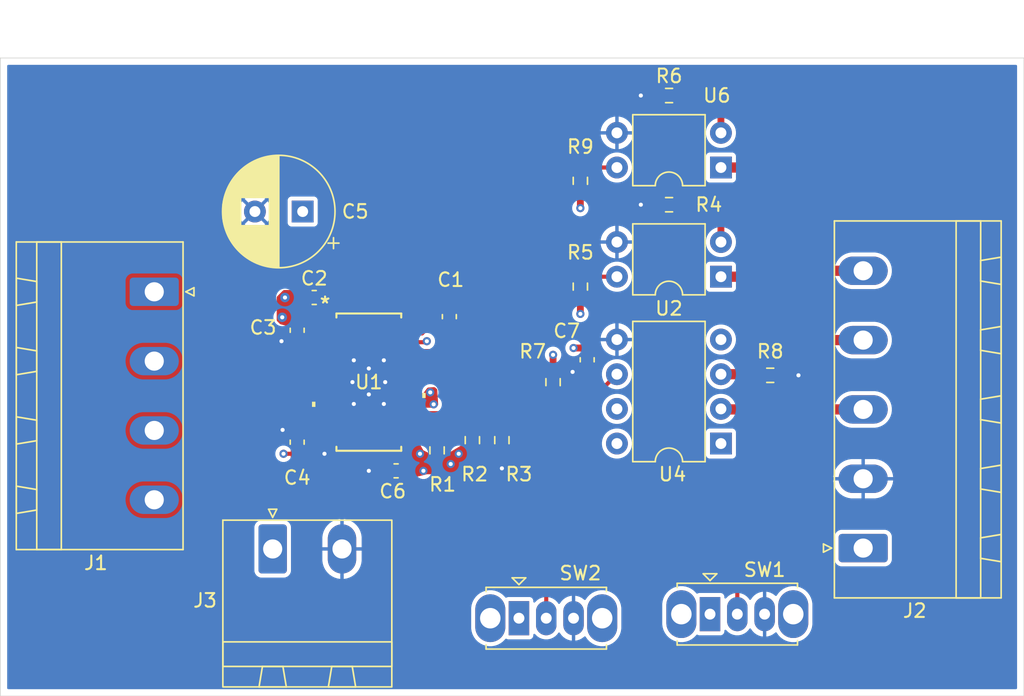
<source format=kicad_pcb>
(kicad_pcb (version 20241229) (generator "pcbnew") (generator_version "9.0")
  (layers (0 "F.Cu" signal) (4 "In1.Cu" signal) (6 "In2.Cu" signal) (2 "B.Cu" signal) (13 "F.Paste" user) (15 "B.Paste" user) (5 "F.SilkS" user "F.Silkscreen") (7 "B.SilkS" user "B.Silkscreen") (1 "F.Mask" user) (3 "B.Mask" user) (25 "Edge.Cuts" user))
  (net 0 "")
  (net 1 "/CPH")
  (net 2 "/CPL")
  (net 3 "/VCP")
  (net 4 "+BATT")
  (net 5 "GND")
  (net 6 "+5V")
  (net 7 "/BOUT2")
  (net 8 "/AOUT2")
  (net 9 "/BOUT1")
  (net 10 "/AOUT1")
  (net 11 "/DIR_ESP")
  (net 12 "/PUL_ESP")
  (net 13 "/ENA_ESP")
  (net 14 "/FAULT")
  (net 15 "/VREF")
  (net 16 "Net-(R4-Pad2)")
  (net 17 "/DIR")
  (net 18 "Net-(R6-Pad2)")
  (net 19 "/PUL")
  (net 20 "Net-(U4-C)")
  (net 21 "/ENA")
  (net 22 "/M1")
  (net 23 "/M0")
  (footprint "Package_DIP:DIP-4_W7.62mm" (layer "F.Cu") (at 175.8 67.275 180)
    (property "Reference" "U2" (at 3.81 -2.33 0) (layer "F.SilkS"))
    (property "Value" "PC817")
    (pad "1" thru_hole rect (at 0 0 180) (size 1.6 1.6) (drill 0.8) (layers "*.Cu" "*.Mask") (net 11 "/DIR_ESP"))
    (pad "2" thru_hole oval (at 0 2.54 180) (size 1.6 1.6) (drill 0.8) (layers "*.Cu" "*.Mask") (net 16 "Net-(R4-Pad2)"))
    (pad "3" thru_hole oval (at 7.62 2.54 180) (size 1.6 1.6) (drill 0.8) (layers "*.Cu" "*.Mask") (net 5 "GND"))
    (pad "4" thru_hole oval (at 7.62 0 180) (size 1.6 1.6) (drill 0.8) (layers "*.Cu" "*.Mask") (net 17 "/DIR"))
  )
  (footprint "DRV8434PWPR:TSSOP_34PWPR_TEX" (layer "F.Cu") (at 150 75)
    (property "Reference" "U1" (at 0 0 0) (layer "F.SilkS"))
    (property "Value" "DRV8434PWPR")
    (fp_text user "*" (at -3.20675 -5.723509 0) (layer "F.SilkS"))
    (fp_text user "*" (at -3.20675 -5.723509 0) (layer "F.SilkS"))
    (pad "1" smd rect (at -2.95275 -4.224909) (size 1.4097 0.3556) (layers "F.Cu" "F.Mask" "F.Paste") (net 3 "/VCP"))
    (pad "2" smd rect (at -2.95275 -3.574923) (size 1.4097 0.3556) (layers "F.Cu" "F.Mask" "F.Paste") (net 4 "+BATT"))
    (pad "3" smd rect (at -2.95275 -2.924937) (size 1.4097 0.3556) (layers "F.Cu" "F.Mask" "F.Paste") (net 5 "GND"))
    (pad "4" smd rect (at -2.95275 -2.274951) (size 1.4097 0.3556) (layers "F.Cu" "F.Mask" "F.Paste") (net 10 "/AOUT1"))
    (pad "5" smd rect (at -2.95275 -1.624965) (size 1.4097 0.3556) (layers "F.Cu" "F.Mask" "F.Paste") (net 10 "/AOUT1"))
    (pad "6" smd rect (at -2.95275 -0.974979) (size 1.4097 0.3556) (layers "F.Cu" "F.Mask" "F.Paste") (net 8 "/AOUT2"))
    (pad "7" smd rect (at -2.95275 -0.324993) (size 1.4097 0.3556) (layers "F.Cu" "F.Mask" "F.Paste") (net 8 "/AOUT2"))
    (pad "8" smd rect (at -2.95275 0.324993) (size 1.4097 0.3556) (layers "F.Cu" "F.Mask" "F.Paste") (net 7 "/BOUT2"))
    (pad "9" smd rect (at -2.95275 0.974979) (size 1.4097 0.3556) (layers "F.Cu" "F.Mask" "F.Paste") (net 7 "/BOUT2"))
    (pad "10" smd rect (at -2.95275 1.624965) (size 1.4097 0.3556) (layers "F.Cu" "F.Mask" "F.Paste") (net 9 "/BOUT1"))
    (pad "11" smd rect (at -2.95275 2.274951) (size 1.4097 0.3556) (layers "F.Cu" "F.Mask" "F.Paste") (net 9 "/BOUT1"))
    (pad "12" smd rect (at -2.95275 2.924937) (size 1.4097 0.3556) (layers "F.Cu" "F.Mask" "F.Paste") (net 5 "GND"))
    (pad "13" smd rect (at -2.95275 3.574923) (size 1.4097 0.3556) (layers "F.Cu" "F.Mask" "F.Paste") (net 4 "+BATT"))
    (pad "14" smd rect (at -2.95275 4.224909) (size 1.4097 0.3556) (layers "F.Cu" "F.Mask" "F.Paste") (net 5 "GND"))
    (pad "15" smd rect (at 2.95275 4.224909) (size 1.4097 0.3556) (layers "F.Cu" "F.Mask" "F.Paste") (net 6 "+5V"))
    (pad "16" smd rect (at 2.95275 3.574923) (size 1.4097 0.3556) (layers "F.Cu" "F.Mask" "F.Paste") (net 14 "/FAULT"))
    (pad "17" smd rect (at 2.95275 2.924937) (size 1.4097 0.3556) (layers "F.Cu" "F.Mask" "F.Paste") (net 15 "/VREF"))
    (pad "18" smd rect (at 2.95275 2.274951) (size 1.4097 0.3556) (layers "F.Cu" "F.Mask" "F.Paste") (net 23 "/M0"))
    (pad "19" smd rect (at 2.95275 1.624965) (size 1.4097 0.3556) (layers "F.Cu" "F.Mask" "F.Paste") (net 6 "+5V"))
    (pad "20" smd rect (at 2.95275 0.974979) (size 1.4097 0.3556) (layers "F.Cu" "F.Mask" "F.Paste") (net 6 "+5V"))
    (pad "21" smd rect (at 2.95275 0.324993) (size 1.4097 0.3556) (layers "F.Cu" "F.Mask" "F.Paste") (net 5 "GND"))
    (pad "22" smd rect (at 2.95275 -0.324993) (size 1.4097 0.3556) (layers "F.Cu" "F.Mask" "F.Paste") (net 22 "/M1"))
    (pad "23" smd rect (at 2.95275 -0.974979) (size 1.4097 0.3556) (layers "F.Cu" "F.Mask" "F.Paste") (net 19 "/PUL"))
    (pad "24" smd rect (at 2.95275 -1.624965) (size 1.4097 0.3556) (layers "F.Cu" "F.Mask" "F.Paste") (net 17 "/DIR"))
    (pad "25" smd rect (at 2.95275 -2.274951) (size 1.4097 0.3556) (layers "F.Cu" "F.Mask" "F.Paste") (net 21 "/ENA"))
    (pad "26" smd rect (at 2.95275 -2.924937) (size 1.4097 0.3556) (layers "F.Cu" "F.Mask" "F.Paste") (net 6 "+5V"))
    (pad "27" smd rect (at 2.95275 -3.574923) (size 1.4097 0.3556) (layers "F.Cu" "F.Mask" "F.Paste") (net 2 "/CPL"))
    (pad "28" smd rect (at 2.95275 -4.224909) (size 1.4097 0.3556) (layers "F.Cu" "F.Mask" "F.Paste") (net 1 "/CPH"))
    (pad "EPAD" smd rect (at 0 0) (size 3.0988 4.0386) (layers "F.Cu" "F.Mask") (net 5 "GND"))
  )
  (footprint "Button_Switch_THT:SW_Slide_SPDT_Straight_CK_OS102011MS2Q" (layer "F.Cu") (at 175 92)
    (property "Reference" "SW1" (at 4 -3.25 180) (layer "F.SilkS"))
    (property "Value" "SW_SPDT_MSM")
    (pad "" thru_hole oval (at -2.1 0) (size 2.2 3.5) (drill 1.5) (layers "*.Cu" "*.Mask"))
    (pad "" thru_hole oval (at 6.1 0) (size 2.2 3.5) (drill 1.5) (layers "*.Cu" "*.Mask"))
    (pad "1" thru_hole rect (at 0 0) (size 1.5 2.5) (drill 0.8) (layers "*.Cu" "*.Mask") (net 6 "+5V"))
    (pad "2" thru_hole oval (at 2 0) (size 1.5 2.5) (drill 0.8) (layers "*.Cu" "*.Mask") (net 22 "/M1"))
    (pad "3" thru_hole oval (at 4 0) (size 1.5 2.5) (drill 0.8) (layers "*.Cu" "*.Mask") (net 5 "GND"))
  )
  (footprint "Connector_Phoenix_MSTB:PhoenixContact_MSTBA_2,5_5-G-5,08_1x05_P5.08mm_Horizontal" (layer "F.Cu") (at 186.2225 87.16 90)
    (property "Reference" "J2" (at -4.59 3.7775 180) (layer "F.SilkS"))
    (property "Value" "PWR & DATA Connect")
    (pad "1" thru_hole roundrect (at 0 0 90) (size 2.08 3.6) (drill 1.4) (layers "*.Cu" "*.Mask") (roundrect_rratio 0.120192) (net 6 "+5V"))
    (pad "2" thru_hole oval (at 5.08 0 90) (size 2.08 3.6) (drill 1.4) (layers "*.Cu" "*.Mask") (net 5 "GND"))
    (pad "3" thru_hole oval (at 10.16 0 90) (size 2.08 3.6) (drill 1.4) (layers "*.Cu" "*.Mask") (net 12 "/PUL_ESP"))
    (pad "4" thru_hole oval (at 15.24 0 90) (size 2.08 3.6) (drill 1.4) (layers "*.Cu" "*.Mask") (net 11 "/DIR_ESP"))
    (pad "5" thru_hole oval (at 20.32 0 90) (size 2.08 3.6) (drill 1.4) (layers "*.Cu" "*.Mask") (net 13 "/ENA_ESP"))
  )
  (footprint "Resistor_SMD:R_0603_1608Metric_Pad0.98x0.95mm_HandSolder" (layer "F.Cu") (at 172 54)
    (property "Reference" "R6" (at 0 -1.43 0) (layer "F.SilkS"))
    (property "Value" "220E")
    (pad "1" smd roundrect (at -0.9125 0) (size 0.975 0.95) (layers "F.Cu" "F.Mask" "F.Paste") (net 5 "GND"))
    (pad "2" smd roundrect (at 0.9125 0) (size 0.975 0.95) (layers "F.Cu" "F.Mask" "F.Paste") (net 18 "Net-(R6-Pad2)"))
  )
  (footprint "Resistor_SMD:R_0603_1608Metric_Pad0.98x0.95mm_HandSolder" (layer "F.Cu") (at 179.4125 74.5 180)
    (property "Reference" "R8" (at 0 1.75 180) (layer "F.SilkS"))
    (property "Value" "220E")
    (pad "1" smd roundrect (at -0.9125 0 180) (size 0.975 0.95) (layers "F.Cu" "F.Mask" "F.Paste") (net 5 "GND"))
    (pad "2" smd roundrect (at 0.9125 0 180) (size 0.975 0.95) (layers "F.Cu" "F.Mask" "F.Paste") (net 20 "Net-(U4-C)"))
  )
  (footprint "Capacitor_THT:CP_Radial_D8.0mm_P3.50mm" (layer "F.Cu") (at 145.152651 62.5 180)
    (property "Reference" "C5" (at -3.847349 0 0) (layer "F.SilkS"))
    (property "Value" "100u")
    (pad "1" thru_hole rect (at 0 0 180) (size 1.6 1.6) (drill 0.8) (layers "*.Cu" "*.Mask") (net 4 "+BATT"))
    (pad "2" thru_hole circle (at 3.5 0 180) (size 1.6 1.6) (drill 0.8) (layers "*.Cu" "*.Mask") (net 5 "GND"))
  )
  (footprint "Capacitor_SMD:C_0603_1608Metric_Pad1.08x0.95mm_HandSolder" (layer "F.Cu") (at 155.9 70.2 -90)
    (property "Reference" "C1" (at -2.7 -0.1 180) (layer "F.SilkS"))
    (property "Value" "22n")
    (pad "1" smd roundrect (at -0.8625 0 270) (size 1.075 0.95) (layers "F.Cu" "F.Mask" "F.Paste") (net 1 "/CPH"))
    (pad "2" smd roundrect (at 0.8625 0 270) (size 1.075 0.95) (layers "F.Cu" "F.Mask" "F.Paste") (net 2 "/CPL"))
  )
  (footprint "Capacitor_SMD:C_0603_1608Metric_Pad1.08x0.95mm_HandSolder" (layer "F.Cu") (at 146 68.8 180)
    (property "Reference" "C2" (at 0 1.4 0) (layer "F.SilkS"))
    (property "Value" "220n")
    (pad "1" smd roundrect (at -0.8625 0 180) (size 1.075 0.95) (layers "F.Cu" "F.Mask" "F.Paste") (net 3 "/VCP"))
    (pad "2" smd roundrect (at 0.8625 0 180) (size 1.075 0.95) (layers "F.Cu" "F.Mask" "F.Paste") (net 4 "+BATT"))
  )
  (footprint "Resistor_SMD:R_0603_1608Metric_Pad0.98x0.95mm_HandSolder" (layer "F.Cu") (at 163.5 75 90)
    (property "Reference" "R7" (at 2.25 -1.5 180) (layer "F.SilkS"))
    (property "Value" "4k7")
    (pad "1" smd roundrect (at -0.9125 0 90) (size 0.975 0.95) (layers "F.Cu" "F.Mask" "F.Paste") (net 19 "/PUL"))
    (pad "2" smd roundrect (at 0.9125 0 90) (size 0.975 0.95) (layers "F.Cu" "F.Mask" "F.Paste") (net 6 "+5V"))
  )
  (footprint "Resistor_SMD:R_0603_1608Metric_Pad0.98x0.95mm_HandSolder" (layer "F.Cu") (at 165.5 60.25 -90)
    (property "Reference" "R9" (at -2.5 0 180) (layer "F.SilkS"))
    (property "Value" "4k7")
    (pad "1" smd roundrect (at -0.9125 0 270) (size 0.975 0.95) (layers "F.Cu" "F.Mask" "F.Paste") (net 21 "/ENA"))
    (pad "2" smd roundrect (at 0.9125 0 270) (size 0.975 0.95) (layers "F.Cu" "F.Mask" "F.Paste") (net 6 "+5V"))
  )
  (footprint "Package_DIP:DIP-4_W7.62mm" (layer "F.Cu") (at 175.8 59.275 180)
    (property "Reference" "U6" (at 0.3 5.275 0) (layer "F.SilkS"))
    (property "Value" "PC817")
    (pad "1" thru_hole rect (at 0 0 180) (size 1.6 1.6) (drill 0.8) (layers "*.Cu" "*.Mask") (net 13 "/ENA_ESP"))
    (pad "2" thru_hole oval (at 0 2.54 180) (size 1.6 1.6) (drill 0.8) (layers "*.Cu" "*.Mask") (net 18 "Net-(R6-Pad2)"))
    (pad "3" thru_hole oval (at 7.62 2.54 180) (size 1.6 1.6) (drill 0.8) (layers "*.Cu" "*.Mask") (net 5 "GND"))
    (pad "4" thru_hole oval (at 7.62 0 180) (size 1.6 1.6) (drill 0.8) (layers "*.Cu" "*.Mask") (net 21 "/ENA"))
  )
  (footprint "Capacitor_SMD:C_0603_1608Metric_Pad1.08x0.95mm_HandSolder" (layer "F.Cu") (at 152 81.5 180)
    (property "Reference" "C6" (at 0.25 -1.5 180) (layer "F.SilkS"))
    (property "Value" "1u")
    (pad "1" smd roundrect (at -0.8625 0 180) (size 1.075 0.95) (layers "F.Cu" "F.Mask" "F.Paste") (net 6 "+5V"))
    (pad "2" smd roundrect (at 0.8625 0 180) (size 1.075 0.95) (layers "F.Cu" "F.Mask" "F.Paste") (net 5 "GND"))
  )
  (footprint "Resistor_SMD:R_0603_1608Metric_Pad0.98x0.95mm_HandSolder" (layer "F.Cu") (at 157.5875 79.25 -90)
    (property "Reference" "R2" (at 2.5 -0.1625 180) (layer "F.SilkS"))
    (property "Value" "10k")
    (pad "1" smd roundrect (at -0.9125 0 270) (size 0.975 0.95) (layers "F.Cu" "F.Mask" "F.Paste") (net 15 "/VREF"))
    (pad "2" smd roundrect (at 0.9125 0 270) (size 0.975 0.95) (layers "F.Cu" "F.Mask" "F.Paste") (net 6 "+5V"))
  )
  (footprint "Resistor_SMD:R_0603_1608Metric_Pad0.98x0.95mm_HandSolder" (layer "F.Cu") (at 172 62)
    (property "Reference" "R4" (at 2.9125 0 0) (layer "F.SilkS"))
    (property "Value" "220E")
    (pad "1" smd roundrect (at -0.9125 0) (size 0.975 0.95) (layers "F.Cu" "F.Mask" "F.Paste") (net 5 "GND"))
    (pad "2" smd roundrect (at 0.9125 0) (size 0.975 0.95) (layers "F.Cu" "F.Mask" "F.Paste") (net 16 "Net-(R4-Pad2)"))
  )
  (footprint "Connector_Phoenix_MSTB:PhoenixContact_MSTBA_2,5_4-G-5,08_1x04_P5.08mm_Horizontal" (layer "F.Cu") (at 134.2775 68.38 -90)
    (property "Reference" "J1" (at 19.87 4.2775 180) (layer "F.SilkS"))
    (property "Value" "Motor Connect")
    (pad "1" thru_hole roundrect (at 0 0 270) (size 2.08 3.6) (drill 1.4) (layers "*.Cu" "*.Mask") (roundrect_rratio 0.120192) (net 10 "/AOUT1"))
    (pad "2" thru_hole oval (at 5.08 0 270) (size 2.08 3.6) (drill 1.4) (layers "*.Cu" "*.Mask") (net 8 "/AOUT2"))
    (pad "3" thru_hole oval (at 10.16 0 270) (size 2.08 3.6) (drill 1.4) (layers "*.Cu" "*.Mask") (net 7 "/BOUT2"))
    (pad "4" thru_hole oval (at 15.24 0 270) (size 2.08 3.6) (drill 1.4) (layers "*.Cu" "*.Mask") (net 9 "/BOUT1"))
  )
  (footprint "Capacitor_SMD:C_0603_1608Metric_Pad1.08x0.95mm_HandSolder" (layer "F.Cu") (at 144.75 79.4 90)
    (property "Reference" "C4" (at -2.6 0 180) (layer "F.SilkS"))
    (property "Value" "0.01u")
    (pad "1" smd roundrect (at -0.8625 0 90) (size 1.075 0.95) (layers "F.Cu" "F.Mask" "F.Paste") (net 4 "+BATT"))
    (pad "2" smd roundrect (at 0.8625 0 90) (size 1.075 0.95) (layers "F.Cu" "F.Mask" "F.Paste") (net 5 "GND"))
  )
  (footprint "Capacitor_SMD:C_0603_1608Metric_Pad1.08x0.95mm_HandSolder" (layer "F.Cu") (at 166 73.3625 -90)
    (property "Reference" "C7" (at -2.1125 1.5 180) (layer "F.SilkS"))
    (property "Value" "0.1u")
    (pad "1" smd roundrect (at -0.8625 0 270) (size 1.075 0.95) (layers "F.Cu" "F.Mask" "F.Paste") (net 6 "+5V"))
    (pad "2" smd roundrect (at 0.8625 0 270) (size 1.075 0.95) (layers "F.Cu" "F.Mask" "F.Paste") (net 5 "GND"))
  )
  (footprint "Connector_Phoenix_MSTB:PhoenixContact_MSTBA_2,5_2-G-5,08_1x02_P5.08mm_Horizontal" (layer "F.Cu") (at 142.955 87.2225)
    (property "Reference" "J3" (at -4.955 3.7775 0) (layer "F.SilkS"))
    (property "Value" "Battery Connect")
    (pad "1" thru_hole roundrect (at 0 0) (size 2.08 3.6) (drill 1.4) (layers "*.Cu" "*.Mask") (roundrect_rratio 0.120192) (net 4 "+BATT"))
    (pad "2" thru_hole oval (at 5.08 0) (size 2.08 3.6) (drill 1.4) (layers "*.Cu" "*.Mask") (net 5 "GND"))
  )
  (footprint "Resistor_SMD:R_0603_1608Metric_Pad0.98x0.95mm_HandSolder" (layer "F.Cu") (at 165.5 68 -90)
    (property "Reference" "R5" (at -2.5 0 180) (layer "F.SilkS"))
    (property "Value" "4k7")
    (pad "1" smd roundrect (at -0.9125 0 270) (size 0.975 0.95) (layers "F.Cu" "F.Mask" "F.Paste") (net 17 "/DIR"))
    (pad "2" smd roundrect (at 0.9125 0 270) (size 0.975 0.95) (layers "F.Cu" "F.Mask" "F.Paste") (net 6 "+5V"))
  )
  (footprint "Resistor_SMD:R_0603_1608Metric_Pad0.98x0.95mm_HandSolder" (layer "F.Cu") (at 159.75 79.25 90)
    (property "Reference" "R3" (at -2.5 1.25 180) (layer "F.SilkS"))
    (property "Value" "10k")
    (pad "1" smd roundrect (at -0.9125 0 90) (size 0.975 0.95) (layers "F.Cu" "F.Mask" "F.Paste") (net 5 "GND"))
    (pad "2" smd roundrect (at 0.9125 0 90) (size 0.975 0.95) (layers "F.Cu" "F.Mask" "F.Paste") (net 15 "/VREF"))
  )
  (footprint "Capacitor_SMD:C_0603_1608Metric_Pad1.08x0.95mm_HandSolder" (layer "F.Cu") (at 144.75 71.2 -90)
    (property "Reference" "C3" (at -0.2 2.5 180) (layer "F.SilkS"))
    (property "Value" "0.01u")
    (pad "1" smd roundrect (at -0.8625 0 270) (size 1.075 0.95) (layers "F.Cu" "F.Mask" "F.Paste") (net 4 "+BATT"))
    (pad "2" smd roundrect (at 0.8625 0 270) (size 1.075 0.95) (layers "F.Cu" "F.Mask" "F.Paste") (net 5 "GND"))
  )
  (footprint "Button_Switch_THT:SW_Slide_SPDT_Straight_CK_OS102011MS2Q" (layer "F.Cu") (at 161 92.2975)
    (property "Reference" "SW2" (at 4.5 -3.2975 180) (layer "F.SilkS"))
    (property "Value" "SW_SPDT_MSM")
    (pad "" thru_hole oval (at -2.1 0) (size 2.2 3.5) (drill 1.5) (layers "*.Cu" "*.Mask"))
    (pad "" thru_hole oval (at 6.1 0) (size 2.2 3.5) (drill 1.5) (layers "*.Cu" "*.Mask"))
    (pad "1" thru_hole rect (at 0 0) (size 1.5 2.5) (drill 0.8) (layers "*.Cu" "*.Mask") (net 6 "+5V"))
    (pad "2" thru_hole oval (at 2 0) (size 1.5 2.5) (drill 0.8) (layers "*.Cu" "*.Mask") (net 23 "/M0"))
    (pad "3" thru_hole oval (at 4 0) (size 1.5 2.5) (drill 0.8) (layers "*.Cu" "*.Mask") (net 5 "GND"))
  )
  (footprint "Resistor_SMD:R_0603_1608Metric_Pad0.98x0.95mm_HandSolder" (layer "F.Cu") (at 155 80 90)
    (property "Reference" "R1" (at -2.5 0.4 180) (layer "F.SilkS"))
    (property "Value" "10k")
    (pad "1" smd roundrect (at -0.9125 0 90) (size 0.975 0.95) (layers "F.Cu" "F.Mask" "F.Paste") (net 6 "+5V"))
    (pad "2" smd roundrect (at 0.9125 0 90) (size 0.975 0.95) (layers "F.Cu" "F.Mask" "F.Paste") (net 14 "/FAULT"))
  )
  (footprint "Package_DIP:DIP-8_W7.62mm" (layer "F.Cu") (at 175.8 79.5 180)
    (property "Reference" "U4" (at 3.55 -2.25 0) (layer "F.SilkS"))
    (property "Value" "6N137")
    (pad "1" thru_hole rect (at 0 0 180) (size 1.6 1.6) (drill 0.8) (layers "*.Cu" "*.Mask"))
    (pad "2" thru_hole oval (at 0 2.54 180) (size 1.6 1.6) (drill 0.8) (layers "*.Cu" "*.Mask") (net 12 "/PUL_ESP"))
    (pad "3" thru_hole oval (at 0 5.08 180) (size 1.6 1.6) (drill 0.8) (layers "*.Cu" "*.Mask") (net 20 "Net-(U4-C)"))
    (pad "4" thru_hole oval (at 0 7.62 180) (size 1.6 1.6) (drill 0.8) (layers "*.Cu" "*.Mask"))
    (pad "5" thru_hole oval (at 7.62 7.62 180) (size 1.6 1.6) (drill 0.8) (layers "*.Cu" "*.Mask") (net 5 "GND"))
    (pad "6" thru_hole oval (at 7.62 5.08 180) (size 1.6 1.6) (drill 0.8) (layers "*.Cu" "*.Mask") (net 19 "/PUL"))
    (pad "7" thru_hole oval (at 7.62 2.54 180) (size 1.6 1.6) (drill 0.8) (layers "*.Cu" "*.Mask"))
    (pad "8" thru_hole oval (at 7.62 0 180) (size 1.6 1.6) (drill 0.8) (layers "*.Cu" "*.Mask") (net 6 "+5V"))
  )
  (gr_line (start 123 51.25) (end 198 51.25) (stroke (width 0.05)) (layer "Edge.Cuts"))
  (gr_line (start 198 51.25) (end 198 98) (stroke (width 0.05)) (layer "Edge.Cuts"))
  (gr_line (start 123 98) (end 123 51.25) (stroke (width 0.05)) (layer "Edge.Cuts"))
  (gr_line (start 198 98) (end 123 98) (stroke (width 0.05)) (layer "Edge.Cuts"))
  (segment (start 152.95275 69.79725) (end 153.4125 69.3375) (width 0.3) (layer "F.Cu") (net 1))
  (segment (start 153.4125 69.3375) (end 155.9 69.3375) (width 0.3) (layer "F.Cu") (net 1))
  (segment (start 152.95275 70.775091) (end 152.95275 69.79725) (width 0.3) (layer "F.Cu") (net 1))
  (segment (start 153.904269 71.425077) (end 154.266846 71.0625) (width 0.3) (layer "F.Cu") (net 2))
  (segment (start 152.95275 71.425077) (end 153.904269 71.425077) (width 0.3) (layer "F.Cu") (net 2))
  (segment (start 154.266846 71.0625) (end 155.9 71.0625) (width 0.3) (layer "F.Cu") (net 2))
  (segment (start 147.04725 70.775091) (end 147.04725 68.98475) (width 0.3) (layer "F.Cu") (net 3))
  (segment (start 147.04725 68.98475) (end 146.8625 68.8) (width 0.3) (layer "F.Cu") (net 3))
  (segment (start 144.7375 80.25) (end 144.75 80.2625) (width 0.3) (layer "F.Cu") (net 4))
  (segment (start 144.6625 70.25) (end 144.75 70.3375) (width 0.75) (layer "F.Cu") (net 4))
  (segment (start 147.04725 78.574923) (end 146.175077 78.574923) (width 0.3) (layer "F.Cu") (net 4))
  (segment (start 144.7875 70.3375) (end 144.75 70.3375) (width 0.3) (layer "F.Cu") (net 4))
  (segment (start 146.175077 78.574923) (end 144.75 80) (width 0.3) (layer "F.Cu") (net 4))
  (segment (start 143.75 80.25) (end 144.7375 80.25) (width 0.3) (layer "F.Cu") (net 4))
  (segment (start 144.75 80) (end 144.75 80.2625) (width 0.3) (layer "F.Cu") (net 4))
  (segment (start 143.74375 70.3375) (end 143.65625 70.25) (width 0.3) (layer "F.Cu") (net 4))
  (via (at 143.75 80.25) (size 0.6) (drill 0.3) (layers "F.Cu" "B.Cu") (net 4))
  (via (at 143.85625 68.8) (size 0.7) (drill 0.3) (layers "F.Cu" "B.Cu") (net 4))
  (via (at 143.65625 70.25) (size 0.7) (drill 0.3) (layers "F.Cu" "B.Cu") (net 4))
  (segment (start 181.48125 74.5) (end 180.34375 74.5) (width 0.5) (layer "F.Cu") (net 5))
  (segment (start 147.04725 79.95275) (end 146.75 80.25) (width 0.3) (layer "F.Cu") (net 5))
  (segment (start 145.362563 77.924937) (end 144.75 78.5375) (width 0.3) (layer "F.Cu") (net 5))
  (segment (start 150.324993 75.324993) (end 150 75) (width 0.3) (layer "F.Cu") (net 5))
  (segment (start 147.04725 77.924937) (end 145.362563 77.924937) (width 0.3) (layer "F.Cu") (net 5))
  (segment (start 144.6875 72) (end 144.75 72.0625) (width 0.75) (layer "F.Cu") (net 5))
  (segment (start 147.04725 79.224909) (end 147.04725 79.95275) (width 0.3) (layer "F.Cu") (net 5))
  (segment (start 143.6 72) (end 144.6875 72) (width 0.5) (layer "F.Cu") (net 5))
  (segment (start 150 81.5) (end 151.1375 81.5) (width 0.5) (layer "F.Cu") (net 5))
  (segment (start 143.68125 78.5) (end 144.81875 78.5) (width 0.5) (layer "F.Cu") (net 5))
  (segment (start 169.93125 54) (end 171.06875 54) (width 0.75) (layer "F.Cu") (net 5))
  (segment (start 147.04725 72.075063) (end 144.762563 72.075063) (width 0.3) (layer "F.Cu") (net 5))
  (segment (start 169.93125 62) (end 171.06875 62) (width 0.5) (layer "F.Cu") (net 5))
  (segment (start 144.762563 72.075063) (end 144.75 72.0625) (width 0.3) (layer "F.Cu") (net 5))
  (segment (start 164.93125 74.25) (end 166.06875 74.25) (width 0.5) (layer "F.Cu") (net 5))
  (segment (start 159.75 81.31875) (end 159.75 80.18125) (width 0.5) (layer "F.Cu") (net 5))
  (segment (start 152.95275 75.324993) (end 150.324993 75.324993) (width 0.3) (layer "F.Cu") (net 5))
  (via (at 150 74) (size 0.7) (drill 0.3) (layers "F.Cu" "B.Cu") (net 5))
  (via (at 151.2 75) (size 0.7) (drill 0.3) (layers "F.Cu" "B.Cu") (net 5))
  (via (at 146.75 80.25) (size 0.6) (drill 0.3) (layers "F.Cu" "B.Cu") (net 5))
  (via (at 164.93125 74.25) (size 0.7) (drill 0.3) (layers "F.Cu" "B.Cu") (net 5))
  (via (at 169.93125 62) (size 0.7) (drill 0.3) (layers "F.Cu" "B.Cu") (net 5))
  (via (at 150 75.9) (size 0.7) (drill 0.3) (layers "F.Cu" "B.Cu") (net 5))
  (via (at 143.6 72) (size 0.7) (drill 0.3) (layers "F.Cu" "B.Cu") (net 5))
  (via (at 151.1 73.4) (size 0.7) (drill 0.3) (layers "F.Cu" "B.Cu") (net 5))
  (via (at 151.1 76.6) (size 0.7) (drill 0.3) (layers "F.Cu" "B.Cu") (net 5))
  (via (at 169.93125 54) (size 0.7) (drill 0.3) (layers "F.Cu" "B.Cu") (net 5))
  (via (at 159.75 81.31875) (size 0.7) (drill 0.3) (layers "F.Cu" "B.Cu") (net 5))
  (via (at 148.8 75) (size 0.7) (drill 0.3) (layers "F.Cu" "B.Cu") (net 5))
  (via (at 150 81.5) (size 0.7) (drill 0.3) (layers "F.Cu" "B.Cu") (net 5))
  (via (at 148.9 76.6) (size 0.7) (drill 0.3) (layers "F.Cu" "B.Cu") (net 5))
  (via (at 181.48125 74.5) (size 0.7) (drill 0.3) (layers "F.Cu" "B.Cu") (net 5))
  (via (at 148.9 73.4) (size 0.7) (drill 0.3) (layers "F.Cu" "B.Cu") (net 5))
  (via (at 143.68125 78.5) (size 0.7) (drill 0.3) (layers "F.Cu" "B.Cu") (net 5))
  (segment (start 155.9125 80.9125) (end 156 81) (width 0.3) (layer "F.Cu") (net 6))
  (segment (start 152.95275 72.075063) (end 154.174937 72.075063) (width 0.3) (layer "F.Cu") (net 6))
  (segment (start 157.5 80.25) (end 157.5875 80.1625) (width 0.3) (layer "F.Cu") (net 6))
  (segment (start 165.5 62.25) (end 165.5 61.1625) (width 0.5) (layer "F.Cu") (net 6))
  (segment (start 163.5 74.0875) (end 163.5 73) (width 0.5) (layer "F.Cu") (net 6))
  (segment (start 165.5 68.9125) (end 165.5 70) (width 0.5) (layer "F.Cu") (net 6))
  (segment (start 166 72.5) (end 165 72.5) (width 0.5) (layer "F.Cu") (net 6))
  (segment (start 154.174937 72.075063) (end 154.25 72) (width 0.3) (layer "F.Cu") (net 6))
  (via (at 165 72.5) (size 0.6) (drill 0.3) (layers "F.Cu" "B.Cu") (net 6))
  (via (at 154 81.5) (size 0.6) (drill 0.3) (layers "F.Cu" "B.Cu") (net 6))
  (via (at 165.5 62.25) (size 0.6) (drill 0.3) (layers "F.Cu" "B.Cu") (net 6))
  (via (at 156.5875 80.25) (size 0.6) (drill 0.3) (layers "F.Cu" "B.Cu") (net 6))
  (via (at 163.5 73) (size 0.6) (drill 0.3) (layers "F.Cu" "B.Cu") (net 6))
  (via (at 153.75 80.25) (size 0.6) (drill 0.3) (layers "F.Cu" "B.Cu") (net 6))
  (via (at 154.25 72) (size 0.6) (drill 0.3) (layers "F.Cu" "B.Cu") (net 6))
  (via (at 165.5 70) (size 0.6) (drill 0.3) (layers "F.Cu" "B.Cu") (net 6))
  (via (at 154.5 75.75) (size 0.6) (drill 0.3) (layers "F.Cu" "B.Cu") (net 6))
  (via (at 154.75 76.624951) (size 0.6) (drill 0.3) (layers "F.Cu" "B.Cu") (net 6))
  (via (at 156 81) (size 0.6) (drill 0.3) (layers "F.Cu" "B.Cu") (net 6))
  (segment (start 186.2225 71.92) (end 182.92 71.92) (width 0.75) (layer "F.Cu") (net 11))
  (segment (start 178.275 67.275) (end 175.8 67.275) (width 0.75) (layer "F.Cu") (net 11))
  (segment (start 182.92 71.92) (end 178.275 67.275) (width 0.75) (layer "F.Cu") (net 11))
  (segment (start 186.2225 77) (end 175.84 77) (width 0.75) (layer "F.Cu") (net 12))
  (segment (start 175.84 77) (end 175.8 76.96) (width 0.75) (layer "F.Cu") (net 12))
  (segment (start 180 64) (end 180 61) (width 0.75) (layer "F.Cu") (net 13))
  (segment (start 182.84 66.84) (end 180 64) (width 0.75) (layer "F.Cu") (net 13))
  (segment (start 178.275 59.275) (end 175.8 59.275) (width 0.75) (layer "F.Cu") (net 13))
  (segment (start 186.2225 66.84) (end 182.84 66.84) (width 0.75) (layer "F.Cu") (net 13))
  (segment (start 180 61) (end 178.275 59.275) (width 0.75) (layer "F.Cu") (net 13))
  (segment (start 153.824923 78.574923) (end 154.3375 79.0875) (width 0.3) (layer "F.Cu") (net 14))
  (segment (start 152.95275 78.574923) (end 153.824923 78.574923) (width 0.3) (layer "F.Cu") (net 14))
  (segment (start 154.3375 79.0875) (end 155 79.0875) (width 0.3) (layer "F.Cu") (net 14))
  (segment (start 156.174937 77.924937) (end 156.5875 78.3375) (width 0.3) (layer "F.Cu") (net 15))
  (segment (start 156.5875 78.3375) (end 157.5875 78.3375) (width 0.3) (layer "F.Cu") (net 15))
  (segment (start 157.5875 78.3375) (end 159.75 78.3375) (width 0.3) (layer "F.Cu") (net 15))
  (segment (start 152.95275 77.924937) (end 156.174937 77.924937) (width 0.3) (layer "F.Cu") (net 15))
  (segment (start 175.75 62.75) (end 175.8 62.8) (width 0.5) (layer "F.Cu") (net 16))
  (segment (start 175.8 62.8) (end 175.8 64.735) (width 0.5) (layer "F.Cu") (net 16))
  (segment (start 175.25 62) (end 175.75 62.5) (width 0.5) (layer "F.Cu") (net 16))
  (segment (start 175.75 62.5) (end 175.75 62.75) (width 0.5) (layer "F.Cu") (net 16))
  (segment (start 172.9125 62) (end 175.25 62) (width 0.5) (layer "F.Cu") (net 16))
  (segment (start 158.124965 73.375035) (end 164.4125 67.0875) (width 0.3) (layer "F.Cu") (net 17))
  (segment (start 164.4125 67.0875) (end 165.5 67.0875) (width 0.3) (layer "F.Cu") (net 17))
  (segment (start 168.18 67.275) (end 165.6875 67.275) (width 0.3) (layer "F.Cu") (net 17))
  (segment (start 165.6875 67.275) (end 165.5 67.0875) (width 0.3) (layer "F.Cu") (net 17))
  (segment (start 152.95275 73.375035) (end 158.124965 73.375035) (width 0.3) (layer "F.Cu") (net 17))
  (segment (start 175.25 54) (end 175.8 54.55) (width 0.5) (layer "F.Cu") (net 18))
  (segment (start 172.9125 54) (end 175.25 54) (width 0.5) (layer "F.Cu") (net 18))
  (segment (start 175.8 54.55) (end 175.8 56.735) (width 0.5) (layer "F.Cu") (net 18))
  (segment (start 161 74) (end 160.974979 74.025021) (width 0.3) (layer "F.Cu") (net 19))
  (segment (start 163.5 75.9125) (end 162.9125 75.9125) (width 0.3) (layer "F.Cu") (net 19))
  (segment (start 162.9125 75.9125) (end 161 74) (width 0.3) (layer "F.Cu") (net 19))
  (segment (start 168.18 74.42) (end 166.6875 75.9125) (width 0.3) (layer "F.Cu") (net 19))
  (segment (start 160.974979 74.025021) (end 152.95275 74.025021) (width 0.3) (layer "F.Cu") (net 19))
  (segment (start 166.6875 75.9125) (end 163.5 75.9125) (width 0.3) (layer "F.Cu") (net 19))
  (segment (start 178.42 74.42) (end 178.5 74.5) (width 0.75) (layer "F.Cu") (net 20))
  (segment (start 175.8 74.42) (end 178.42 74.42) (width 0.75) (layer "F.Cu") (net 20))
  (segment (start 164.1625 59.3375) (end 162.5 61) (width 0.3) (layer "F.Cu") (net 21))
  (segment (start 165.5625 59.275) (end 165.5 59.3375) (width 0.3) (layer "F.Cu") (net 21))
  (segment (start 162.5 61) (end 162.5 67.5) (width 0.3) (layer "F.Cu") (net 21))
  (segment (start 162.5 67.5) (end 157.274951 72.725049) (width 0.3) (layer "F.Cu") (net 21))
  (segment (start 157.274951 72.725049) (end 152.95275 72.725049) (width 0.3) (layer "F.Cu") (net 21))
  (segment (start 168.18 59.275) (end 165.5625 59.275) (width 0.3) (layer "F.Cu") (net 21))
  (segment (start 165.5 59.3375) (end 164.1625 59.3375) (width 0.3) (layer "F.Cu") (net 21))
  (segment (start 155.75 74.75) (end 155.25 74.75) (width 0.3) (layer "F.Cu") (net 22))
  (segment (start 155.25 74.75) (end 155.175007 74.675007) (width 0.3) (layer "F.Cu") (net 22))
  (segment (start 172 88) (end 164.5 80.5) (width 0.3) (layer "F.Cu") (net 22))
  (segment (start 177 89.25) (end 175.75 88) (width 0.3) (layer "F.Cu") (net 22))
  (segment (start 177 92) (end 177 89.25) (width 0.3) (layer "F.Cu") (net 22))
  (segment (start 164.5 80.5) (end 164.5 79.5) (width 0.3) (layer "F.Cu") (net 22))
  (segment (start 160 75) (end 156 75) (width 0.3) (layer "F.Cu") (net 22))
  (segment (start 156 75) (end 155.75 74.75) (width 0.3) (layer "F.Cu") (net 22))
  (segment (start 175.75 88) (end 172 88) (width 0.3) (layer "F.Cu") (net 22))
  (segment (start 164.5 79.5) (end 160 75) (width 0.3) (layer "F.Cu") (net 22))
  (segment (start 155.175007 74.675007) (end 152.95275 74.675007) (width 0.3) (layer "F.Cu") (net 22))
  (segment (start 160.75 77.25) (end 160.725049 77.274951) (width 0.3) (layer "F.Cu") (net 23))
  (segment (start 163 92.2975) (end 163 80.5) (width 0.3) (layer "F.Cu") (net 23))
  (segment (start 163 80.5) (end 161.25 78.75) (width 0.3) (layer "F.Cu") (net 23))
  (segment (start 161.25 77.25) (end 160.75 77.25) (width 0.3) (layer "F.Cu") (net 23))
  (segment (start 160.725049 77.274951) (end 152.95275 77.274951) (width 0.3) (layer "F.Cu") (net 23))
  (segment (start 161.25 78.75) (end 161.25 77.25) (width 0.3) (layer "F.Cu") (net 23))
  (zone (net 9) (net_name "/BOUT1") (layer "F.Cu") (priority 6) (connect_pads yes (clearance 0.25)) (min_thickness 0.25) (fill yes (thermal_gap 0.5) (thermal_bridge_width 0.5))
    (polygon (pts (xy 145.25 76.5) (xy 145.8 76.45) (xy 147.75 76.45) (xy 147.75 77.45) (xy 146 77.45) (xy 143.5 77.5) (xy 142.75 78.3125) (xy 142 79.75) (xy 140.25 82.75) (xy 136.75 85.25) (xy 132.5 85.25) (xy 132 84.75) (xy 132 82.5) (xy 132.5 82) (xy 136.3 82) (xy 136.95 81.75) (xy 138.5 80.25) (xy 141.1 78.15) (xy 143.5 76.75)))
  )
  (zone (net 6) (net_name "+5V") (layer "F.Cu") (priority 9) (connect_pads yes (clearance 0.3)) (min_thickness 0.25) (fill yes (thermal_gap 0.5) (thermal_bridge_width 0.5))
    (polygon (pts (xy 152.25 79) (xy 152.25 79.4) (xy 152.75 79.4) (xy 152.75 80.25) (xy 152.25 81) (xy 152.25 82) (xy 153.25 82) (xy 154.25 81.75) (xy 156 81.75) (xy 158.25 80.75) (xy 158.25 79.5) (xy 157 79.5) (xy 155.75 80.25) (xy 154.5 80.25) (xy 154 80) (xy 153.65 79.4) (xy 153.65 79)))
  )
  (zone (net 10) (net_name "/AOUT1") (layer "F.Cu") (priority 3) (connect_pads yes (clearance 0.25)) (min_thickness 0.25) (fill yes (thermal_gap 0.5) (thermal_bridge_width 0.5))
    (polygon (pts (xy 147.75 72.55) (xy 147.75 73.55) (xy 142.5 73.55) (xy 136 70) (xy 132.5 70) (xy 132 69.5) (xy 132 67.25) (xy 132.5 66.75) (xy 136 66.75) (xy 137.5 67.451452) (xy 142.5 72.5) (xy 143 73) (xy 145.75 73) (xy 146 72.55)))
  )
  (zone (net 6) (net_name "+5V") (layer "F.Cu") (priority 7) (connect_pads yes (clearance 0.25)) (min_thickness 0.25) (fill yes (thermal_gap 0.5) (thermal_bridge_width 0.5))
    (polygon (pts (xy 152.25 75.8) (xy 154 75.8) (xy 154.3 75.4) (xy 154.825001 75.3625) (xy 155.011296 75.525081) (xy 155.085492 76.675121) (xy 154.875 76.9125) (xy 154.2 76.95) (xy 154 76.8) (xy 152.25 76.8)))
  )
  (zone (net 8) (net_name "/AOUT2") (layer "F.Cu") (priority 4) (connect_pads yes (clearance 0.25)) (min_thickness 0.25) (fill yes (thermal_gap 0.5) (thermal_bridge_width 0.5))
    (polygon (pts (xy 147.75 74.85) (xy 146 74.85) (xy 132.5 75) (xy 132 74.5) (xy 132 72.5) (xy 132.5 72) (xy 136.75 72) (xy 141.75 74) (xy 145.5 74) (xy 146 73.85) (xy 147.75 73.85)))
  )
  (zone (net 4) (net_name "+BATT") (layer "F.Cu") (priority 8) (connect_pads yes (clearance 0.25)) (min_thickness 0.25) (fill yes (thermal_gap 0.5) (thermal_bridge_width 0.5))
    (polygon (pts (xy 143.5 70.75) (xy 143.25 70.5) (xy 143.25 68.75) (xy 143.75 68.25) (xy 145.5 68.25) (xy 145.75 68.5) (xy 145.75 69.25) (xy 145.25 69.75) (xy 145.25 70.5) (xy 145.75 71) (xy 147.75 71.25) (xy 147.75 71.75) (xy 146.5 71.75) (xy 145.25 71.25)))
  )
  (zone (net 7) (net_name "/BOUT2") (layer "F.Cu") (priority 5) (connect_pads yes (clearance 0.25)) (min_thickness 0.25) (fill yes (thermal_gap 0.5) (thermal_bridge_width 0.5))
    (polygon (pts (xy 143 75.25) (xy 145.5 75.25) (xy 146 75.15) (xy 147.75 75.15) (xy 147.75 76.15) (xy 143.5 76.15) (xy 142.5 76.5) (xy 136.25 80) (xy 132.625 80) (xy 132 79.375) (xy 132 77.5) (xy 132.5 77) (xy 136.25 77) (xy 139.375 76.125) (xy 142.5 75.25)))
  )
  (zone (net 5) (net_name "GND") (layers "B.Cu" "In1.Cu") (connect_pads (clearance 0.3)) (min_thickness 0.15) (fill yes (thermal_gap 0.4) (thermal_bridge_width 0.25))
    (polygon (pts (xy 123 47) (xy 198 47) (xy 198 97.5) (xy 123 97.5)))
  )
)
</source>
